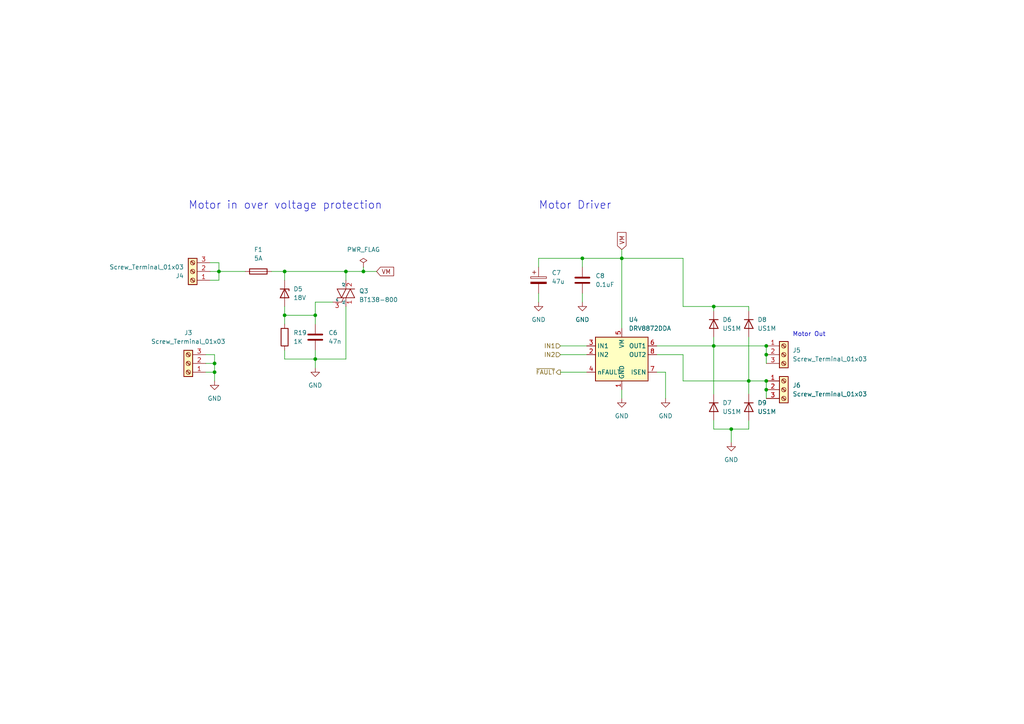
<source format=kicad_sch>
(kicad_sch (version 20211123) (generator eeschema)
  (paper "A4")
  (title_block (title "Speed Control Node") (date "2022-12-20") (rev "0.4") (company "Sidings Media") (comment 1 "Licence: CERN-OHL-P-2.0 or any later version"))
  (lib_symbols
    (symbol "Connector:Screw_Terminal_01x03" (pin_names (offset 1.016) hide)
      (property "Reference" "J" (at 0 5.08 0))
      (property "Value" "Screw_Terminal_01x03" (at 0 -5.08 0))
      (symbol "Screw_Terminal_01x03_1_1"
        (rectangle (start -1.27 3.81) (end 1.27 -3.81) (stroke (width 0.254)) (fill (type background)))
        (circle (center 0 -2.54) (radius 0.635) (stroke (width 0.1524)))
        (polyline (pts (xy -0.5334 -2.2098) (xy 0.3302 -3.048)) (stroke (width 0.1524)))
        (polyline (pts (xy -0.5334 0.3302) (xy 0.3302 -0.508)) (stroke (width 0.1524)))
        (polyline (pts (xy -0.5334 2.8702) (xy 0.3302 2.032)) (stroke (width 0.1524)))
        (polyline (pts (xy -0.3556 -2.032) (xy 0.508 -2.8702)) (stroke (width 0.1524)))
        (polyline (pts (xy -0.3556 0.508) (xy 0.508 -0.3302)) (stroke (width 0.1524)))
        (polyline (pts (xy -0.3556 3.048) (xy 0.508 2.2098)) (stroke (width 0.1524)))
        (circle (center 0 0) (radius 0.635) (stroke (width 0.1524)))
        (circle (center 0 2.54) (radius 0.635) (stroke (width 0.1524)))
        (pin passive line (at -5.08 2.54 0) (length 3.81) (name "Pin_1") (number "1"))
        (pin passive line (at -5.08 0 0) (length 3.81) (name "Pin_2") (number "2"))
        (pin passive line (at -5.08 -2.54 0) (length 3.81) (name "Pin_3") (number "3"))
      )
    )
    (symbol "Device:C" (pin_numbers hide) (pin_names (offset 0.254))
      (property "Reference" "C" (at 0.635 2.54 0))
      (property "Value" "C" (at 0.635 -2.54 0))
      (symbol "C_0_1"
        (polyline (pts (xy -2.032 -0.762) (xy 2.032 -0.762)) (stroke (width 0.508)))
        (polyline (pts (xy -2.032 0.762) (xy 2.032 0.762)) (stroke (width 0.508)))
      )
      (symbol "C_1_1"
        (pin passive line (at 0 3.81 270) (length 2.794) (name "~") (number "1"))
        (pin passive line (at 0 -3.81 90) (length 2.794) (name "~") (number "2"))
      )
    )
    (symbol "Device:C_Polarized" (pin_numbers hide) (pin_names (offset 0.254))
      (property "Reference" "C" (at 0.635 2.54 0))
      (property "Value" "C_Polarized" (at 0.635 -2.54 0))
      (symbol "C_Polarized_0_1"
        (rectangle (start -2.286 0.508) (end 2.286 1.016))
        (polyline (pts (xy -1.778 2.286) (xy -0.762 2.286)))
        (polyline (pts (xy -1.27 2.794) (xy -1.27 1.778)))
        (rectangle (start 2.286 -0.508) (end -2.286 -1.016) (fill (type outline)))
      )
      (symbol "C_Polarized_1_1"
        (pin passive line (at 0 3.81 270) (length 2.794) (name "~") (number "1"))
        (pin passive line (at 0 -3.81 90) (length 2.794) (name "~") (number "2"))
      )
    )
    (symbol "Device:D_Zener" (pin_numbers hide) (pin_names (offset 1.016) hide)
      (property "Reference" "D" (at 0 2.54 0))
      (property "Value" "D_Zener" (at 0 -2.54 0))
      (symbol "D_Zener_0_1"
        (polyline (pts (xy 1.27 0) (xy -1.27 0)))
        (polyline (pts (xy -1.27 -1.27) (xy -1.27 1.27) (xy -0.762 1.27)) (stroke (width 0.254)))
        (polyline (pts (xy 1.27 -1.27) (xy 1.27 1.27) (xy -1.27 0) (xy 1.27 -1.27)) (stroke (width 0.254)))
      )
      (symbol "D_Zener_1_1"
        (pin passive line (at -3.81 0 0) (length 2.54) (name "K") (number "1"))
        (pin passive line (at 3.81 0 180) (length 2.54) (name "A") (number "2"))
      )
    )
    (symbol "Device:Fuse" (pin_numbers hide) (pin_names (offset 0))
      (property "Reference" "F" (at 2.032 0 90))
      (property "Value" "Fuse" (at -1.905 0 90))
      (symbol "Fuse_0_1"
        (rectangle (start -0.762 -2.54) (end 0.762 2.54) (stroke (width 0.254)))
        (polyline (pts (xy 0 2.54) (xy 0 -2.54)))
      )
      (symbol "Fuse_1_1"
        (pin passive line (at 0 3.81 270) (length 1.27) (name "~") (number "1"))
        (pin passive line (at 0 -3.81 90) (length 1.27) (name "~") (number "2"))
      )
    )
    (symbol "Device:R" (pin_numbers hide) (pin_names (offset 0))
      (property "Reference" "R" (at 2.032 0 90))
      (property "Value" "R" (at 0 0 90))
      (symbol "R_0_1"
        (rectangle (start -1.016 -2.54) (end 1.016 2.54) (stroke (width 0.254)))
      )
      (symbol "R_1_1"
        (pin passive line (at 0 3.81 270) (length 1.27) (name "~") (number "1"))
        (pin passive line (at 0 -3.81 90) (length 1.27) (name "~") (number "2"))
      )
    )
    (symbol "Diode:US1M" (pin_numbers hide) (pin_names (offset 1.016) hide)
      (property "Reference" "D" (at 0 2.54 0))
      (property "Value" "US1M" (at 0 -2.54 0))
      (symbol "US1M_0_1"
        (polyline (pts (xy -1.27 1.27) (xy -1.27 -1.27)) (stroke (width 0.254)))
        (polyline (pts (xy 1.27 0) (xy -1.27 0)))
        (polyline (pts (xy 1.27 1.27) (xy 1.27 -1.27) (xy -1.27 0) (xy 1.27 1.27)) (stroke (width 0.254)))
      )
      (symbol "US1M_1_1"
        (pin passive line (at -3.81 0 0) (length 2.54) (name "K") (number "1"))
        (pin passive line (at 3.81 0 180) (length 2.54) (name "A") (number "2"))
      )
    )
    (symbol "Driver_Motor:DRV8872DDA"
      (property "Reference" "U" (at -6.35 6.35 0))
      (property "Value" "DRV8872DDA" (at 8.89 6.35 0))
      (symbol "DRV8872DDA_0_1"
        (rectangle (start -7.62 5.08) (end 7.62 -7.62) (stroke (width 0.254)) (fill (type background)))
      )
      (symbol "DRV8872DDA_1_1"
        (pin power_in line (at 0 -10.16 90) (length 2.54) (name "GND") (number "1"))
        (pin input line (at -10.16 0 0) (length 2.54) (name "IN2") (number "2"))
        (pin input line (at -10.16 2.54 0) (length 2.54) (name "IN1") (number "3"))
        (pin open_collector line (at -10.16 -5.08 0) (length 2.54) (name "nFAULT") (number "4"))
        (pin power_in line (at 0 7.62 270) (length 2.54) (name "VM") (number "5"))
        (pin output line (at 10.16 2.54 180) (length 2.54) (name "OUT1") (number "6"))
        (pin passive line (at 10.16 -5.08 180) (length 2.54) (name "ISEN") (number "7"))
        (pin output line (at 10.16 0 180) (length 2.54) (name "OUT2") (number "8"))
        (pin passive line (at 0 -10.16 90) (length 2.54) hide (name "GND") (number "9"))
      )
    )
    (symbol "Triac_Thyristor:BT138-800" (pin_names (offset 0))
      (property "Reference" "Q" (at 5.08 1.905 0))
      (property "Value" "BT138-800" (at 5.08 0 0))
      (symbol "BT138-800_0_1"
        (polyline (pts (xy -2.54 -1.27) (xy 2.54 -1.27)) (stroke (width 0.2032)))
        (polyline (pts (xy -2.54 1.27) (xy 2.54 1.27)) (stroke (width 0.2032)))
        (polyline (pts (xy -1.27 -2.54) (xy -0.635 -1.27)))
        (polyline (pts (xy -2.54 1.27) (xy -1.27 -1.27) (xy 0 1.27)) (stroke (width 0.2032)))
        (polyline (pts (xy 0 -1.27) (xy 1.27 1.27) (xy 2.54 -1.27)) (stroke (width 0.2032)))
      )
      (symbol "BT138-800_1_1"
        (pin passive line (at 0 -3.81 90) (length 2.54) (name "A1") (number "1"))
        (pin passive line (at 0 3.81 270) (length 2.54) (name "A2") (number "2"))
        (pin input line (at -3.81 -2.54 0) (length 2.54) (name "G") (number "3"))
      )
    )
    (symbol "power:GND" (power) (pin_names (offset 0))
      (property "Value" "GND" (at 0 -3.81 0))
      (symbol "GND_0_1"
        (polyline (pts (xy 0 0) (xy 0 -1.27) (xy 1.27 -1.27) (xy 0 -2.54) (xy -1.27 -1.27) (xy 0 -1.27)))
      )
      (symbol "GND_1_1"
        (pin power_in line (at 0 0 270) (length 0) hide (name "GND") (number "1"))
      )
    )
    (symbol "power:PWR_FLAG" (power) (pin_numbers hide) (pin_names (offset 0) hide)
      (property "Value" "PWR_FLAG" (at 0 3.81 0))
      (symbol "PWR_FLAG_0_0"
        (pin power_out line (at 0 0 90) (length 0) (name "pwr") (number "1"))
      )
      (symbol "PWR_FLAG_0_1"
        (polyline (pts (xy 0 0) (xy 0 1.27) (xy -1.016 1.905) (xy 0 2.54) (xy 1.016 1.905) (xy 0 1.27)))
      )
    )
  )
  (junction (at 82.55 78.74))
  (junction (at 212.09 124.46))
  (junction (at 168.91 74.93))
  (junction (at 222.25 100.33))
  (junction (at 91.44 91.44))
  (junction (at 62.23 105.41))
  (junction (at 82.55 91.44))
  (junction (at 217.17 110.49))
  (junction (at 222.25 102.87))
  (junction (at 207.01 88.9))
  (junction (at 91.44 104.14))
  (junction (at 222.25 110.49))
  (junction (at 62.23 107.95))
  (junction (at 180.34 74.93))
  (junction (at 105.41 78.74))
  (junction (at 222.25 113.03))
  (junction (at 100.33 78.74))
  (junction (at 63.5 78.74))
  (junction (at 207.01 100.33))
  (wire (pts (xy 190.5 107.95) (xy 193.04 107.95)))
  (wire (pts (xy 217.17 88.9) (xy 207.01 88.9)))
  (wire (pts (xy 100.33 104.14) (xy 91.44 104.14)))
  (wire (pts (xy 217.17 110.49) (xy 217.17 114.3)))
  (wire (pts (xy 100.33 81.28) (xy 100.33 78.74)))
  (wire (pts (xy 217.17 97.79) (xy 217.17 110.49)))
  (wire (pts (xy 59.69 105.41) (xy 62.23 105.41)))
  (wire (pts (xy 63.5 78.74) (xy 71.12 78.74)))
  (wire (pts (xy 63.5 76.2) (xy 63.5 78.74)))
  (wire (pts (xy 78.74 78.74) (xy 82.55 78.74)))
  (wire (pts (xy 198.12 88.9) (xy 198.12 74.93)))
  (wire (pts (xy 207.01 97.79) (xy 207.01 100.33)))
  (wire (pts (xy 60.96 78.74) (xy 63.5 78.74)))
  (wire (pts (xy 63.5 81.28) (xy 63.5 78.74)))
  (wire (pts (xy 91.44 91.44) (xy 91.44 93.98)))
  (wire (pts (xy 162.56 102.87) (xy 170.18 102.87)))
  (wire (pts (xy 96.52 87.63) (xy 91.44 87.63)))
  (wire (pts (xy 109.22 78.74) (xy 105.41 78.74)))
  (wire (pts (xy 100.33 78.74) (xy 82.55 78.74)))
  (wire (pts (xy 193.04 107.95) (xy 193.04 115.57)))
  (wire (pts (xy 156.21 85.09) (xy 156.21 87.63)))
  (wire (pts (xy 212.09 124.46) (xy 217.17 124.46)))
  (wire (pts (xy 222.25 102.87) (xy 222.25 105.41)))
  (wire (pts (xy 60.96 81.28) (xy 63.5 81.28)))
  (wire (pts (xy 190.5 102.87) (xy 198.12 102.87)))
  (wire (pts (xy 212.09 124.46) (xy 212.09 128.27)))
  (wire (pts (xy 207.01 88.9) (xy 207.01 90.17)))
  (wire (pts (xy 91.44 104.14) (xy 91.44 106.68)))
  (wire (pts (xy 100.33 88.9) (xy 100.33 104.14)))
  (wire (pts (xy 180.34 72.39) (xy 180.34 74.93)))
  (wire (pts (xy 207.01 88.9) (xy 198.12 88.9)))
  (wire (pts (xy 207.01 124.46) (xy 212.09 124.46)))
  (wire (pts (xy 91.44 104.14) (xy 91.44 101.6)))
  (wire (pts (xy 180.34 113.03) (xy 180.34 115.57)))
  (wire (pts (xy 105.41 77.47) (xy 105.41 78.74)))
  (wire (pts (xy 91.44 91.44) (xy 82.55 91.44)))
  (wire (pts (xy 82.55 78.74) (xy 82.55 81.28)))
  (wire (pts (xy 207.01 121.92) (xy 207.01 124.46)))
  (wire (pts (xy 222.25 100.33) (xy 222.25 102.87)))
  (wire (pts (xy 82.55 91.44) (xy 82.55 93.98)))
  (wire (pts (xy 222.25 110.49) (xy 222.25 113.03)))
  (wire (pts (xy 162.56 100.33) (xy 170.18 100.33)))
  (wire (pts (xy 156.21 77.47) (xy 156.21 74.93)))
  (wire (pts (xy 217.17 121.92) (xy 217.17 124.46)))
  (wire (pts (xy 168.91 85.09) (xy 168.91 87.63)))
  (wire (pts (xy 168.91 74.93) (xy 168.91 77.47)))
  (wire (pts (xy 180.34 74.93) (xy 180.34 95.25)))
  (wire (pts (xy 162.56 107.95) (xy 170.18 107.95)))
  (wire (pts (xy 168.91 74.93) (xy 180.34 74.93)))
  (wire (pts (xy 207.01 100.33) (xy 207.01 114.3)))
  (wire (pts (xy 198.12 110.49) (xy 217.17 110.49)))
  (wire (pts (xy 59.69 102.87) (xy 62.23 102.87)))
  (wire (pts (xy 59.69 107.95) (xy 62.23 107.95)))
  (wire (pts (xy 105.41 78.74) (xy 100.33 78.74)))
  (wire (pts (xy 198.12 102.87) (xy 198.12 110.49)))
  (wire (pts (xy 180.34 74.93) (xy 198.12 74.93)))
  (wire (pts (xy 82.55 91.44) (xy 82.55 88.9)))
  (wire (pts (xy 222.25 113.03) (xy 222.25 115.57)))
  (wire (pts (xy 91.44 87.63) (xy 91.44 91.44)))
  (wire (pts (xy 217.17 110.49) (xy 222.25 110.49)))
  (wire (pts (xy 82.55 101.6) (xy 82.55 104.14)))
  (wire (pts (xy 60.96 76.2) (xy 63.5 76.2)))
  (wire (pts (xy 82.55 104.14) (xy 91.44 104.14)))
  (wire (pts (xy 62.23 107.95) (xy 62.23 110.49)))
  (wire (pts (xy 62.23 102.87) (xy 62.23 105.41)))
  (wire (pts (xy 156.21 74.93) (xy 168.91 74.93)))
  (wire (pts (xy 217.17 90.17) (xy 217.17 88.9)))
  (wire (pts (xy 207.01 100.33) (xy 222.25 100.33)))
  (wire (pts (xy 190.5 100.33) (xy 207.01 100.33)))
  (wire (pts (xy 62.23 105.41) (xy 62.23 107.95)))
  (text "Motor Driver" (at 156.21 60.96 0) (effects (font (size 2.27 2.27)) (justify left bottom)))
  (text "Motor Out" (at 229.87 97.79 0) (effects (font (size 1.27 1.27)) (justify left bottom)))
  (text "Motor in over voltage protection" (at 54.61 60.96 0) (effects (font (size 2.27 2.27)) (justify left bottom)))
  (global_label "VM" (shape input) (at 109.22 78.74 0) (property "Intersheet References" "${INTERSHEET_REFS}" (effects hide)))
  (global_label "VM" (shape input) (at 180.34 72.39 90) (property "Intersheet References" "${INTERSHEET_REFS}" (effects hide)))
  (hierarchical_label "IN1" (shape input) (at 162.56 100.33 180))
  (hierarchical_label "IN2" (shape input) (at 162.56 102.87 180))
  (hierarchical_label "~{FAULT}" (shape output) (at 162.56 107.95 180))
  (symbol (lib_id "Diode:US1M") (at 207.01 118.11 270) (unit 1)
    (property "Reference" "D7" (at 209.55 116.8399 90) (effects (justify left)))
    (property "Value" "US1M" (at 209.55 119.3799 90) (effects (justify left)))
    (property "Footprint" "Diode_SMD:D_SMA" (effects hide))
    (property "Datasheet" "https://www.diodes.com/assets/Datasheets/ds16008.pdf" (effects hide))
  )
  (symbol (lib_id "power:GND") (at 168.91 87.63 0) (unit 1)
    (property "Reference" "#PWR031" (effects hide))
    (property "Value" "GND" (at 168.91 92.71 0))
  )
  (symbol (lib_id "Device:C") (at 168.91 81.28 0) (unit 1)
    (property "Reference" "C8" (at 172.72 80.0099 0) (effects (justify left)))
    (property "Value" "0.1uF" (at 172.72 82.5499 0) (effects (justify left)))
    (property "Footprint" "Capacitor_SMD:C_1206_3216Metric_Pad1.33x1.80mm_HandSolder" (effects hide))
  )
  (symbol (lib_id "Device:Fuse") (at 74.93 78.74 90) (unit 1)
    (property "Reference" "F1" (at 74.93 72.39 90))
    (property "Value" "5A" (at 74.93 74.93 90))
    (property "Footprint" "Fuse:Fuseholder_Littelfuse_445_030_series_5x20mm" (effects hide))
  )
  (symbol (lib_id "Diode:US1M") (at 217.17 118.11 270) (unit 1)
    (property "Reference" "D9" (at 219.71 116.8399 90) (effects (justify left)))
    (property "Value" "US1M" (at 219.71 119.3799 90) (effects (justify left)))
    (property "Footprint" "Diode_SMD:D_SMA" (effects hide))
    (property "Datasheet" "https://www.diodes.com/assets/Datasheets/ds16008.pdf" (effects hide))
  )
  (symbol (lib_id "power:GND") (at 180.34 115.57 0) (unit 1)
    (property "Reference" "#PWR032" (effects hide))
    (property "Value" "GND" (at 180.34 120.65 0))
  )
  (symbol (lib_id "Device:D_Zener") (at 82.55 85.09 270) (unit 1)
    (property "Reference" "D5" (at 85.09 83.8199 90) (effects (justify left)))
    (property "Value" "18V" (at 85.09 86.3599 90) (effects (justify left)))
    (property "Footprint" "Diode_SMD:D_SOD-123F" (effects hide))
  )
  (symbol (lib_id "Driver_Motor:DRV8872DDA") (at 180.34 102.87 0) (unit 1)
    (property "Reference" "U4" (at 182.3594 92.71 0) (effects (justify left)))
    (property "Value" "DRV8872DDA" (at 182.3594 95.25 0) (effects (justify left)))
    (property "Footprint" "Package_SO:Texas_HTSOP-8-1EP_3.9x4.9mm_P1.27mm_EP2.95x4.9mm_Mask2.4x3.1mm_ThermalVias" (effects hide))
    (property "Datasheet" "http://www.ti.com/lit/ds/symlink/drv8872.pdf" (effects hide))
  )
  (symbol (lib_id "Device:R") (at 82.55 97.79 0) (unit 1)
    (property "Reference" "R19" (at 85.09 96.5199 0) (effects (justify left)))
    (property "Value" "1K" (at 85.09 99.0599 0) (effects (justify left)))
    (property "Footprint" "Resistor_SMD:R_1206_3216Metric_Pad1.30x1.75mm_HandSolder" (effects hide))
  )
  (symbol (lib_id "power:GND") (at 62.23 110.49 0) (unit 1)
    (property "Reference" "#PWR028" (effects hide))
    (property "Value" "GND" (at 62.23 115.57 0))
  )
  (symbol (lib_id "Device:C") (at 91.44 97.79 0) (unit 1)
    (property "Reference" "C6" (at 95.25 96.5199 0) (effects (justify left)))
    (property "Value" "47n" (at 95.25 99.0599 0) (effects (justify left)))
    (property "Footprint" "Capacitor_SMD:C_1206_3216Metric_Pad1.33x1.80mm_HandSolder" (effects hide))
  )
  (symbol (lib_id "Triac_Thyristor:BT138-800") (at 100.33 85.09 0) (unit 1)
    (property "Reference" "Q3" (at 104.14 84.4041 0) (effects (justify left)))
    (property "Value" "BT138-800" (at 104.14 86.9441 0) (effects (justify left)))
    (property "Footprint" "Package_TO_SOT_THT:TO-220-3_Vertical" (effects hide))
    (property "Datasheet" "https://assets.nexperia.com/documents/data-sheet/BT138_SER_D_E.pdf" (effects hide))
  )
  (symbol (lib_id "Device:C_Polarized") (at 156.21 81.28 0) (unit 1)
    (property "Reference" "C7" (at 160.02 79.1209 0) (effects (justify left)))
    (property "Value" "47u" (at 160.02 81.6609 0) (effects (justify left)))
    (property "Footprint" "Capacitor_SMD:CP_Elec_6.3x5.7" (effects hide))
  )
  (symbol (lib_id "Connector:Screw_Terminal_01x03") (at 54.61 105.41 180) (unit 1)
    (property "Reference" "J3" (at 54.61 96.52 0))
    (property "Value" "Screw_Terminal_01x03" (at 54.61 99.06 0))
    (property "Footprint" "TerminalBlock:TerminalBlock_bornier-3_P5.08mm" (effects hide))
  )
  (symbol (lib_id "Connector:Screw_Terminal_01x03") (at 227.33 113.03 0) (unit 1)
    (property "Reference" "J6" (at 229.87 111.7599 0) (effects (justify left)))
    (property "Value" "Screw_Terminal_01x03" (at 229.87 114.2999 0) (effects (justify left)))
    (property "Footprint" "TerminalBlock:TerminalBlock_bornier-3_P5.08mm" (effects hide))
  )
  (symbol (lib_id "power:GND") (at 193.04 115.57 0) (unit 1)
    (property "Reference" "#PWR033" (effects hide))
    (property "Value" "GND" (at 193.04 120.65 0))
  )
  (symbol (lib_id "power:GND") (at 212.09 128.27 0) (unit 1)
    (property "Reference" "#PWR034" (effects hide))
    (property "Value" "GND" (at 212.09 133.35 0))
  )
  (symbol (lib_id "Diode:US1M") (at 217.17 93.98 270) (unit 1)
    (property "Reference" "D8" (at 219.71 92.7099 90) (effects (justify left)))
    (property "Value" "US1M" (at 219.71 95.2499 90) (effects (justify left)))
    (property "Footprint" "Diode_SMD:D_SMA" (effects hide))
    (property "Datasheet" "https://www.diodes.com/assets/Datasheets/ds16008.pdf" (effects hide))
  )
  (symbol (lib_id "Connector:Screw_Terminal_01x03") (at 55.88 78.74 180) (unit 1)
    (property "Reference" "J4" (at 53.34 80.0101 0) (effects (justify left)))
    (property "Value" "Screw_Terminal_01x03" (at 53.34 77.4701 0) (effects (justify left)))
    (property "Footprint" "TerminalBlock:TerminalBlock_bornier-3_P5.08mm" (effects hide))
  )
  (symbol (lib_id "power:GND") (at 91.44 106.68 0) (unit 1)
    (property "Reference" "#PWR029" (effects hide))
    (property "Value" "GND" (at 91.44 111.76 0))
  )
  (symbol (lib_id "power:GND") (at 156.21 87.63 0) (unit 1)
    (property "Reference" "#PWR030" (effects hide))
    (property "Value" "GND" (at 156.21 92.71 0))
  )
  (symbol (lib_id "Connector:Screw_Terminal_01x03") (at 227.33 102.87 0) (unit 1)
    (property "Reference" "J5" (at 229.87 101.5999 0) (effects (justify left)))
    (property "Value" "Screw_Terminal_01x03" (at 229.87 104.1399 0) (effects (justify left)))
    (property "Footprint" "TerminalBlock:TerminalBlock_bornier-3_P5.08mm" (effects hide))
  )
  (symbol (lib_id "power:PWR_FLAG") (at 105.41 77.47 0) (unit 1)
    (property "Reference" "#FLG01" (effects hide))
    (property "Value" "PWR_FLAG" (at 105.41 72.39 0))
  )
  (symbol (lib_id "Diode:US1M") (at 207.01 93.98 270) (unit 1)
    (property "Reference" "D6" (at 209.55 92.7099 90) (effects (justify left)))
    (property "Value" "US1M" (at 209.55 95.2499 90) (effects (justify left)))
    (property "Footprint" "Diode_SMD:D_SMA" (effects hide))
    (property "Datasheet" "https://www.diodes.com/assets/Datasheets/ds16008.pdf" (effects hide))
  )
)
</source>
